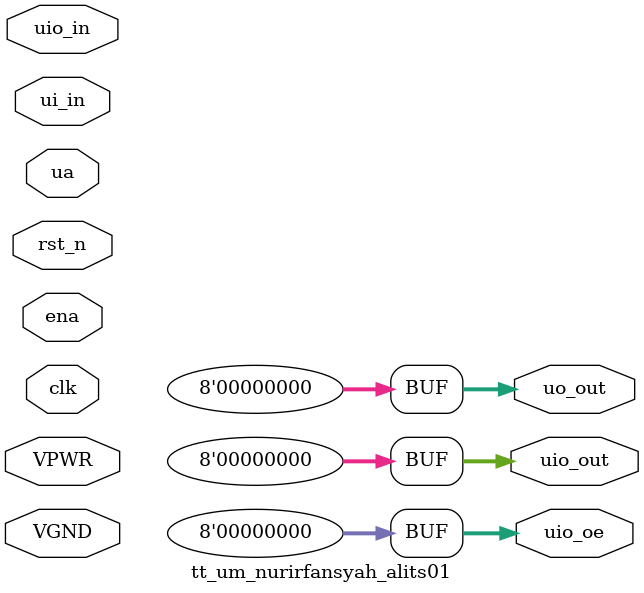
<source format=v>
module tt_um_nurirfansyah_alits01(	// file.cleaned.mlir:2:3
  input        VGND,	// file.cleaned.mlir:2:44
               VPWR,	// file.cleaned.mlir:2:59
  input  [7:0] ui_in,	// file.cleaned.mlir:2:74
               uio_in,	// file.cleaned.mlir:2:90
  inout  [7:0] ua,	// file.cleaned.mlir:2:110
  input        ena,	// file.cleaned.mlir:2:123
               clk,	// file.cleaned.mlir:2:137
               rst_n,	// file.cleaned.mlir:2:151
  output [7:0] uo_out,	// file.cleaned.mlir:2:168
               uio_out,	// file.cleaned.mlir:2:185
               uio_oe	// file.cleaned.mlir:2:203
);

  assign uo_out = 8'h0;	// file.cleaned.mlir:3:14, :4:5
  assign uio_out = 8'h0;	// file.cleaned.mlir:3:14, :4:5
  assign uio_oe = 8'h0;	// file.cleaned.mlir:3:14, :4:5
endmodule


</source>
